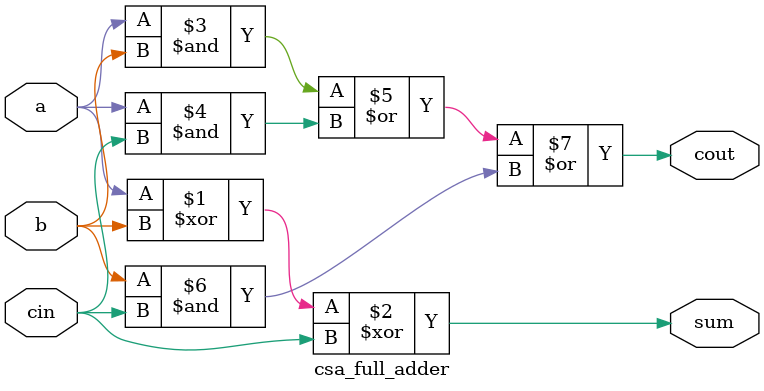
<source format=v>
/* verilator lint_off DECLFILENAME */
/* verilator lint_off UNOPTFLAT */
/* verilator lint_off EOFNEWLINE */

module configurable_carry_select_adder #(
    parameter DATA_WIDTH = 64,        // Width of the operands - increased from 32 to 64
    parameter BLOCK_SIZE = 8          // Size of each carry-select block - increased from 4 to 8
) (
    input wire [DATA_WIDTH-1:0] a,    // First operand
    input wire [DATA_WIDTH-1:0] b,    // Second operand
    input wire cin,                   // Carry-in
    output wire [DATA_WIDTH-1:0] sum, // Sum output
    output wire cout                  // Carry-out
);

    // Calculate the number of blocks needed
    localparam NUM_BLOCKS = (DATA_WIDTH + BLOCK_SIZE - 1) / BLOCK_SIZE;

    // Internal wires for block interconnection
    // In carry-select adders, combinatorial feedback is by design
    wire [NUM_BLOCKS:0] block_carry;
    assign block_carry[0] = cin;
    assign cout = block_carry[NUM_BLOCKS];

    // Generate the adder blocks
    genvar i;
    generate
        // First block is a regular ripple-carry adder
        wire [BLOCK_SIZE-1:0] first_block_sum;
        csa_ripple_carry_adder #(
            .WIDTH(BLOCK_SIZE)
        ) first_block (
            .a(a[BLOCK_SIZE-1:0]),
            .b(b[BLOCK_SIZE-1:0]),
            .cin(block_carry[0]),
            .sum(first_block_sum),
            .cout(block_carry[1])
        );
        assign sum[BLOCK_SIZE-1:0] = first_block_sum;

        // Remaining blocks use carry-select logic
        for (i = 1; i < NUM_BLOCKS; i = i + 1) begin : carry_select_blocks
            // Calculate the width of this block (handle the case where the last block might be smaller)
            localparam CURRENT_BLOCK_SIZE = ((i+1)*BLOCK_SIZE <= DATA_WIDTH) ?
                                             BLOCK_SIZE :
                                             DATA_WIDTH - (i*BLOCK_SIZE);

            // Calculate start and end indices for this block
            localparam START_IDX = i * BLOCK_SIZE;
            localparam END_IDX = START_IDX + CURRENT_BLOCK_SIZE - 1;

            // Block inputs
            wire [CURRENT_BLOCK_SIZE-1:0] block_a = a[END_IDX:START_IDX];
            wire [CURRENT_BLOCK_SIZE-1:0] block_b = b[END_IDX:START_IDX];

            // Two possible results for carry-in 0 and 1
            wire [CURRENT_BLOCK_SIZE-1:0] sum_cin_0, sum_cin_1;
            wire cout_cin_0, cout_cin_1;

            // Adder for carry-in = 0 (precompute result)
            csa_ripple_carry_adder #(
                .WIDTH(CURRENT_BLOCK_SIZE)
            ) adder_0 (
                .a(block_a),
                .b(block_b),
                .cin(1'b0),
                .sum(sum_cin_0),
                .cout(cout_cin_0)
            );

            // Adder for carry-in = 1 (precompute result)
            csa_ripple_carry_adder #(
                .WIDTH(CURRENT_BLOCK_SIZE)
            ) adder_1 (
                .a(block_a),
                .b(block_b),
                .cin(1'b1),
                .sum(sum_cin_1),
                .cout(cout_cin_1)
            );

            // Select the correct output based on carry-in from previous block
            wire select = block_carry[i];
            assign sum[END_IDX:START_IDX] = select ? sum_cin_1 : sum_cin_0;
            assign block_carry[i+1] = select ? cout_cin_1 : cout_cin_0;
        end
    endgenerate

endmodule

// Simple ripple carry adder used as a building block
module csa_ripple_carry_adder #(
    parameter WIDTH = 4
) (
    input wire [WIDTH-1:0] a,
    input wire [WIDTH-1:0] b,
    input wire cin,
    output wire [WIDTH-1:0] sum,
    output wire cout
);
    wire [WIDTH:0] carry;
    assign carry[0] = cin;
    assign cout = carry[WIDTH];

    genvar i;
    generate
        for (i = 0; i < WIDTH; i = i + 1) begin : full_adders
            csa_full_adder fa (
                .a(a[i]),
                .b(b[i]),
                .cin(carry[i]),
                .sum(sum[i]),
                .cout(carry[i+1])
            );
        end
    endgenerate
endmodule

// Basic full adder
module csa_full_adder (
    input wire a,
    input wire b,
    input wire cin,
    output wire sum,
    output wire cout
);
    assign sum = a ^ b ^ cin;
    assign cout = (a & b) | (a & cin) | (b & cin);
endmodule

/* verilator lint_on DECLFILENAME */
/* verilator lint_on UNOPTFLAT */
/* verilator lint_on EOFNEWLINE */

</source>
